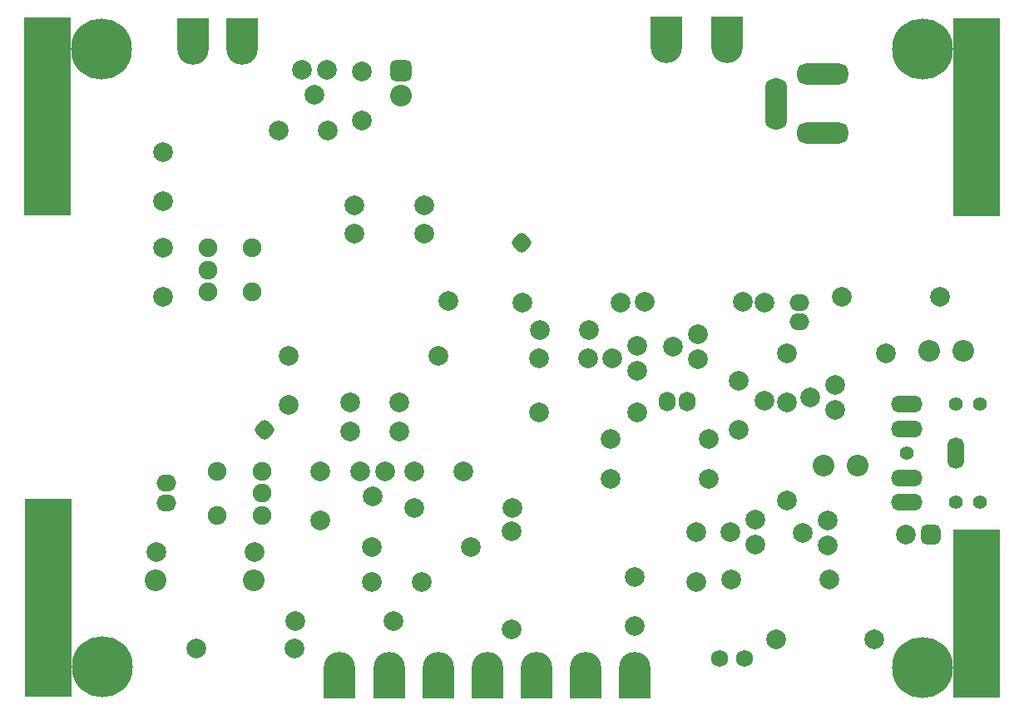
<source format=gbs>
G04*
G04 #@! TF.GenerationSoftware,Altium Limited,Altium Designer,21.0.8 (223)*
G04*
G04 Layer_Color=16711935*
%FSLAX44Y44*%
%MOMM*%
G71*
G04*
G04 #@! TF.SameCoordinates,817B6129-E2F9-410E-B20C-35ABB6862B10*
G04*
G04*
G04 #@! TF.FilePolarity,Negative*
G04*
G01*
G75*
%ADD19R,4.7032X20.2032*%
%ADD20R,4.7032X17.2032*%
%ADD21C,2.0032*%
%ADD22C,1.7272*%
G04:AMPARAMS|DCode=23|XSize=1.7032mm|YSize=1.7032mm|CornerRadius=0.4766mm|HoleSize=0mm|Usage=FLASHONLY|Rotation=45.000|XOffset=0mm|YOffset=0mm|HoleType=Round|Shape=RoundedRectangle|*
%AMROUNDEDRECTD23*
21,1,1.7032,0.7500,0,0,45.0*
21,1,0.7500,1.7032,0,0,45.0*
1,1,0.9532,0.5303,0.0000*
1,1,0.9532,0.0000,-0.5303*
1,1,0.9532,-0.5303,0.0000*
1,1,0.9532,0.0000,0.5303*
%
%ADD23ROUNDEDRECTD23*%
%ADD24C,2.2032*%
%ADD25C,6.2032*%
G04:AMPARAMS|DCode=26|XSize=2.2032mm|YSize=2.2032mm|CornerRadius=0.6016mm|HoleSize=0mm|Usage=FLASHONLY|Rotation=0.000|XOffset=0mm|YOffset=0mm|HoleType=Round|Shape=RoundedRectangle|*
%AMROUNDEDRECTD26*
21,1,2.2032,1.0000,0,0,0.0*
21,1,1.0000,2.2032,0,0,0.0*
1,1,1.2032,0.5000,-0.5000*
1,1,1.2032,-0.5000,-0.5000*
1,1,1.2032,-0.5000,0.5000*
1,1,1.2032,0.5000,0.5000*
%
%ADD26ROUNDEDRECTD26*%
G04:AMPARAMS|DCode=27|XSize=2.0032mm|YSize=2.0032mm|CornerRadius=0.5516mm|HoleSize=0mm|Usage=FLASHONLY|Rotation=270.000|XOffset=0mm|YOffset=0mm|HoleType=Round|Shape=RoundedRectangle|*
%AMROUNDEDRECTD27*
21,1,2.0032,0.9000,0,0,270.0*
21,1,0.9000,2.0032,0,0,270.0*
1,1,1.1032,-0.4500,-0.4500*
1,1,1.1032,-0.4500,0.4500*
1,1,1.1032,0.4500,0.4500*
1,1,1.1032,0.4500,-0.4500*
%
%ADD27ROUNDEDRECTD27*%
%ADD28C,1.4032*%
%ADD29O,1.7032X3.2032*%
%ADD30O,3.2032X1.7032*%
%ADD31O,2.0032X1.7032*%
%ADD32O,1.7032X2.0032*%
%ADD33C,1.9032*%
G04:AMPARAMS|DCode=34|XSize=5.2032mm|YSize=2.2032mm|CornerRadius=0.9016mm|HoleSize=0mm|Usage=FLASHONLY|Rotation=180.000|XOffset=0mm|YOffset=0mm|HoleType=Round|Shape=RoundedRectangle|*
%AMROUNDEDRECTD34*
21,1,5.2032,0.4000,0,0,180.0*
21,1,3.4000,2.2032,0,0,180.0*
1,1,1.8032,-1.7000,0.2000*
1,1,1.8032,1.7000,0.2000*
1,1,1.8032,1.7000,-0.2000*
1,1,1.8032,-1.7000,-0.2000*
%
%ADD34ROUNDEDRECTD34*%
G04:AMPARAMS|DCode=35|XSize=5.2032mm|YSize=2.2032mm|CornerRadius=0.9016mm|HoleSize=0mm|Usage=FLASHONLY|Rotation=90.000|XOffset=0mm|YOffset=0mm|HoleType=Round|Shape=RoundedRectangle|*
%AMROUNDEDRECTD35*
21,1,5.2032,0.4000,0,0,90.0*
21,1,3.4000,2.2032,0,0,90.0*
1,1,1.8032,0.2000,1.7000*
1,1,1.8032,0.2000,-1.7000*
1,1,1.8032,-0.2000,-1.7000*
1,1,1.8032,-0.2000,1.7000*
%
%ADD35ROUNDEDRECTD35*%
%ADD36C,1.4732*%
%ADD56R,3.2032X3.2032*%
%ADD57C,3.2032*%
D19*
X28000Y106000D02*
D03*
X973000Y595000D02*
D03*
X27000Y596000D02*
D03*
D20*
X973000Y90000D02*
D03*
D21*
X178500Y54750D02*
D03*
X278500D02*
D03*
X279000Y82250D02*
D03*
X379000D02*
D03*
X357500Y157500D02*
D03*
X457500D02*
D03*
X137500Y152500D02*
D03*
X237500D02*
D03*
X700000Y227000D02*
D03*
X600000D02*
D03*
X527000Y295000D02*
D03*
X627000D02*
D03*
X600000Y267500D02*
D03*
X700000D02*
D03*
X822500Y125000D02*
D03*
X722500D02*
D03*
X780000Y305000D02*
D03*
Y205000D02*
D03*
X757000Y307000D02*
D03*
Y407000D02*
D03*
X735000Y407500D02*
D03*
X635000D02*
D03*
X780000Y355000D02*
D03*
X880000D02*
D03*
X610000Y407000D02*
D03*
X510000D02*
D03*
X935250Y412500D02*
D03*
X835250D02*
D03*
X500000Y197500D02*
D03*
X400000D02*
D03*
X499500Y173500D02*
D03*
Y73500D02*
D03*
X768500Y63750D02*
D03*
X868500D02*
D03*
X339750Y505750D02*
D03*
X410750D02*
D03*
X410250Y476750D02*
D03*
X339250D02*
D03*
X145000Y412500D02*
D03*
X145000Y462500D02*
D03*
X424750Y352000D02*
D03*
X434750Y408000D02*
D03*
X730750Y277000D02*
D03*
Y327000D02*
D03*
X145000Y560000D02*
D03*
X145000Y510000D02*
D03*
X687500Y122500D02*
D03*
Y172500D02*
D03*
X527500Y350000D02*
D03*
X577500D02*
D03*
X528000Y379000D02*
D03*
X578000D02*
D03*
X272250Y352500D02*
D03*
Y302500D02*
D03*
X335000Y275000D02*
D03*
X385000D02*
D03*
X305000Y185000D02*
D03*
Y235000D02*
D03*
X400000Y234500D02*
D03*
X450000D02*
D03*
X262000Y582000D02*
D03*
X312000D02*
D03*
X357700Y209600D02*
D03*
X345000Y235000D02*
D03*
X370400D02*
D03*
X900600Y170250D02*
D03*
X298300Y618600D02*
D03*
X285600Y644000D02*
D03*
X311000D02*
D03*
X795350Y171700D02*
D03*
X820750Y184400D02*
D03*
Y159000D02*
D03*
X722100Y172700D02*
D03*
X747500Y185400D02*
D03*
Y160000D02*
D03*
X803350Y309950D02*
D03*
X828750Y322650D02*
D03*
Y297250D02*
D03*
X602100Y349800D02*
D03*
X627500Y362500D02*
D03*
Y337100D02*
D03*
X357500Y122500D02*
D03*
X407500D02*
D03*
X347000Y642000D02*
D03*
Y592000D02*
D03*
X664000Y362000D02*
D03*
X689400Y374700D02*
D03*
Y349300D02*
D03*
X385000Y305000D02*
D03*
X335000D02*
D03*
X624750Y127250D02*
D03*
Y77250D02*
D03*
D22*
X736250Y44500D02*
D03*
X711250D02*
D03*
D23*
X509750Y467700D02*
D03*
X248000Y277250D02*
D03*
D24*
X237000Y123500D02*
D03*
X137000D02*
D03*
X387000Y617300D02*
D03*
X959000Y357500D02*
D03*
X924000D02*
D03*
X851546Y240500D02*
D03*
X816546D02*
D03*
D25*
X81767Y665046D02*
D03*
X918000Y664500D02*
D03*
X82500Y35500D02*
D03*
X917250Y35250D02*
D03*
D26*
X387000Y642700D02*
D03*
D27*
X926000Y170250D02*
D03*
D28*
X976250Y303000D02*
D03*
Y203000D02*
D03*
X951250D02*
D03*
Y303000D02*
D03*
X901250Y253000D02*
D03*
D29*
X951250D02*
D03*
D30*
X901250Y203000D02*
D03*
Y228000D02*
D03*
Y278000D02*
D03*
Y303000D02*
D03*
D31*
X147750Y222500D02*
D03*
Y202500D02*
D03*
X792250Y387000D02*
D03*
Y407000D02*
D03*
D32*
X658000Y306000D02*
D03*
X678000D02*
D03*
D33*
X190000Y417500D02*
D03*
Y440000D02*
D03*
Y462500D02*
D03*
X235000Y417500D02*
D03*
Y462500D02*
D03*
X200000Y190000D02*
D03*
Y235000D02*
D03*
X245000Y190000D02*
D03*
Y212500D02*
D03*
Y235000D02*
D03*
D34*
X816000Y639250D02*
D03*
Y579250D02*
D03*
D35*
X769000Y609250D02*
D03*
D36*
X973500Y155000D02*
D03*
Y31000D02*
D03*
Y131000D02*
D03*
Y106000D02*
D03*
Y56000D02*
D03*
X24500Y168000D02*
D03*
Y44000D02*
D03*
Y144000D02*
D03*
Y119000D02*
D03*
Y94000D02*
D03*
Y69000D02*
D03*
Y554000D02*
D03*
Y579000D02*
D03*
Y604000D02*
D03*
Y629000D02*
D03*
Y529000D02*
D03*
Y653000D02*
D03*
X969500Y554000D02*
D03*
Y579000D02*
D03*
Y604000D02*
D03*
Y629000D02*
D03*
Y529000D02*
D03*
Y653000D02*
D03*
X973500Y81000D02*
D03*
D56*
X324000Y20000D02*
D03*
X525000D02*
D03*
X575000D02*
D03*
X625000D02*
D03*
X375000D02*
D03*
X475000D02*
D03*
X425000D02*
D03*
X225000Y680000D02*
D03*
X175000D02*
D03*
X657250Y681500D02*
D03*
X718250Y681750D02*
D03*
D57*
X324000Y35000D02*
D03*
X525000D02*
D03*
X575000D02*
D03*
X625000D02*
D03*
X375000D02*
D03*
X475000D02*
D03*
X425000D02*
D03*
X225000Y665000D02*
D03*
X175000D02*
D03*
X657250Y666500D02*
D03*
X718250Y666750D02*
D03*
M02*

</source>
